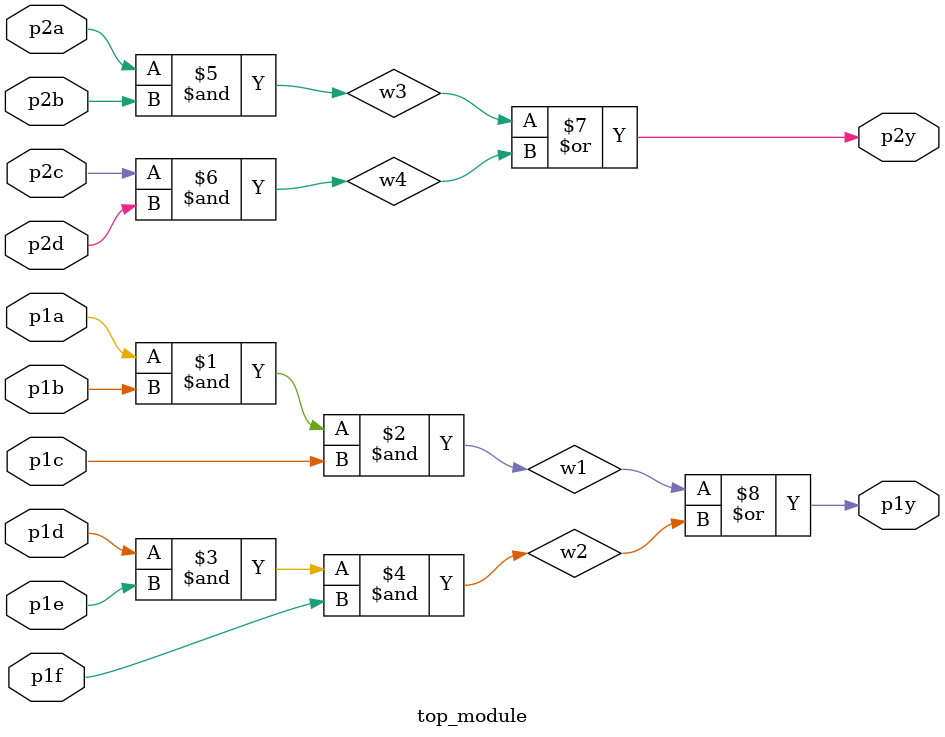
<source format=v>
module top_module ( 
    input p1a, p1b, p1c, p1d, p1e, p1f,
    output p1y,
    input p2a, p2b, p2c, p2d,
    output p2y );
    wire w1,w2,w3,w4;
    and(w1,p1a,p1b,p1c);
    and(w2,p1d,p1e,p1f);
    and(w3,p2a,p2b);
    and(w4,p2c,p2d);
    or(p2y,w3,w4);
    or(p1y,w1,w2);
endmodule
</source>
